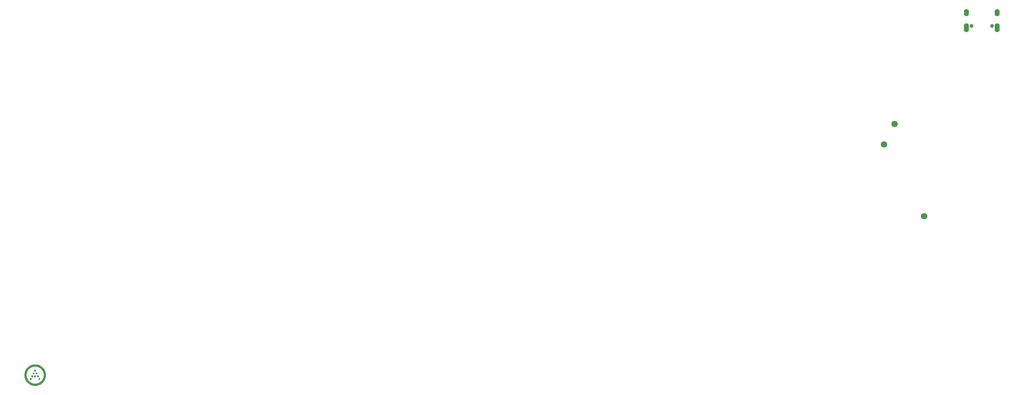
<source format=gts>
G04 #@! TF.GenerationSoftware,KiCad,Pcbnew,(5.0.0)*
G04 #@! TF.CreationDate,2019-01-11T00:29:23-08:00*
G04 #@! TF.ProjectId,Celestine,43656C657374696E652E6B696361645F,rev?*
G04 #@! TF.SameCoordinates,Original*
G04 #@! TF.FileFunction,Soldermask,Top*
G04 #@! TF.FilePolarity,Negative*
%FSLAX46Y46*%
G04 Gerber Fmt 4.6, Leading zero omitted, Abs format (unit mm)*
G04 Created by KiCad (PCBNEW (5.0.0)) date 01/11/19 00:29:23*
%MOMM*%
%LPD*%
G01*
G04 APERTURE LIST*
%ADD10C,0.010000*%
%ADD11O,1.400000X2.000000*%
%ADD12O,1.400000X2.500000*%
%ADD13C,1.050000*%
%ADD14C,1.800000*%
G04 APERTURE END LIST*
D10*
G04 #@! TO.C,G\002A\002A\002A*
G36*
X44640500Y-100520500D02*
X44235688Y-100520500D01*
X44235688Y-100115688D01*
X44640500Y-100115688D01*
X44640500Y-100520500D01*
X44640500Y-100520500D01*
G37*
X44640500Y-100520500D02*
X44235688Y-100520500D01*
X44235688Y-100115688D01*
X44640500Y-100115688D01*
X44640500Y-100520500D01*
G36*
X45045313Y-101306313D02*
X44640500Y-101306313D01*
X44640500Y-100925313D01*
X45045313Y-100925313D01*
X45045313Y-101306313D01*
X45045313Y-101306313D01*
G37*
X45045313Y-101306313D02*
X44640500Y-101306313D01*
X44640500Y-100925313D01*
X45045313Y-100925313D01*
X45045313Y-101306313D01*
G36*
X44235688Y-101306313D02*
X43854688Y-101306313D01*
X43854688Y-100925313D01*
X44235688Y-100925313D01*
X44235688Y-101306313D01*
X44235688Y-101306313D01*
G37*
X44235688Y-101306313D02*
X43854688Y-101306313D01*
X43854688Y-100925313D01*
X44235688Y-100925313D01*
X44235688Y-101306313D01*
G36*
X45426313Y-102115938D02*
X45045313Y-102115938D01*
X45045313Y-101711125D01*
X45426313Y-101711125D01*
X45426313Y-102115938D01*
X45426313Y-102115938D01*
G37*
X45426313Y-102115938D02*
X45045313Y-102115938D01*
X45045313Y-101711125D01*
X45426313Y-101711125D01*
X45426313Y-102115938D01*
G36*
X44640500Y-102115938D02*
X44235688Y-102115938D01*
X44235688Y-101711125D01*
X44640500Y-101711125D01*
X44640500Y-102115938D01*
X44640500Y-102115938D01*
G37*
X44640500Y-102115938D02*
X44235688Y-102115938D01*
X44235688Y-101711125D01*
X44640500Y-101711125D01*
X44640500Y-102115938D01*
G36*
X43854688Y-102115938D02*
X43449875Y-102115938D01*
X43449875Y-101711125D01*
X43854688Y-101711125D01*
X43854688Y-102115938D01*
X43854688Y-102115938D01*
G37*
X43854688Y-102115938D02*
X43449875Y-102115938D01*
X43449875Y-101711125D01*
X43854688Y-101711125D01*
X43854688Y-102115938D01*
G36*
X45831125Y-102901750D02*
X45426313Y-102901750D01*
X45426313Y-102496938D01*
X45831125Y-102496938D01*
X45831125Y-102901750D01*
X45831125Y-102901750D01*
G37*
X45831125Y-102901750D02*
X45426313Y-102901750D01*
X45426313Y-102496938D01*
X45831125Y-102496938D01*
X45831125Y-102901750D01*
G36*
X43449875Y-102901750D02*
X43045063Y-102901750D01*
X43045063Y-102496938D01*
X43449875Y-102496938D01*
X43449875Y-102901750D01*
X43449875Y-102901750D01*
G37*
X43449875Y-102901750D02*
X43045063Y-102901750D01*
X43045063Y-102496938D01*
X43449875Y-102496938D01*
X43449875Y-102901750D01*
G36*
X44453969Y-98628045D02*
X44578087Y-98629415D01*
X44689799Y-98633572D01*
X44792392Y-98640919D01*
X44889156Y-98651860D01*
X44983378Y-98666798D01*
X45078347Y-98686137D01*
X45177351Y-98710281D01*
X45222630Y-98722418D01*
X45431177Y-98787656D01*
X45633265Y-98866992D01*
X45828128Y-98960028D01*
X46014999Y-99066368D01*
X46193114Y-99185616D01*
X46345260Y-99303617D01*
X46502928Y-99444342D01*
X46650265Y-99595787D01*
X46786586Y-99756885D01*
X46911208Y-99926567D01*
X47023447Y-100103766D01*
X47122620Y-100287416D01*
X47208042Y-100476447D01*
X47279030Y-100669793D01*
X47327784Y-100837803D01*
X47360855Y-100977789D01*
X47386215Y-101109725D01*
X47404607Y-101238997D01*
X47416775Y-101370993D01*
X47423461Y-101511100D01*
X47424114Y-101536500D01*
X47421395Y-101754797D01*
X47403200Y-101969580D01*
X47369535Y-102180821D01*
X47320406Y-102388489D01*
X47255819Y-102592555D01*
X47191622Y-102756487D01*
X47163539Y-102821752D01*
X47139477Y-102875910D01*
X47117608Y-102922613D01*
X47096107Y-102965513D01*
X47073146Y-103008263D01*
X47046900Y-103054515D01*
X47017775Y-103104156D01*
X46898556Y-103290427D01*
X46768452Y-103465153D01*
X46627329Y-103628465D01*
X46475055Y-103780496D01*
X46311497Y-103921380D01*
X46136524Y-104051248D01*
X45954156Y-104167775D01*
X45901327Y-104198744D01*
X45855414Y-104224721D01*
X45812765Y-104247531D01*
X45769728Y-104269001D01*
X45722651Y-104290957D01*
X45667881Y-104315225D01*
X45606487Y-104341622D01*
X45510254Y-104381169D01*
X45421536Y-104414208D01*
X45334422Y-104442695D01*
X45242998Y-104468589D01*
X45160406Y-104489322D01*
X44995890Y-104524876D01*
X44838795Y-104550553D01*
X44684567Y-104566893D01*
X44528649Y-104574436D01*
X44438094Y-104575013D01*
X44386875Y-104574498D01*
X44338754Y-104573793D01*
X44296874Y-104572960D01*
X44264378Y-104572063D01*
X44244410Y-104571165D01*
X44243625Y-104571109D01*
X44027451Y-104547157D01*
X43814694Y-104508170D01*
X43606213Y-104454467D01*
X43402868Y-104386363D01*
X43205516Y-104304176D01*
X43015018Y-104208225D01*
X42832232Y-104098826D01*
X42681276Y-103993796D01*
X42508349Y-103855449D01*
X42347665Y-103707088D01*
X42199451Y-103549039D01*
X42063929Y-103381632D01*
X41941324Y-103205194D01*
X41831861Y-103020052D01*
X41735763Y-102826535D01*
X41653256Y-102624971D01*
X41584563Y-102415688D01*
X41572418Y-102372630D01*
X41546052Y-102270835D01*
X41524667Y-102174511D01*
X41507859Y-102080367D01*
X41495225Y-101985117D01*
X41486360Y-101885470D01*
X41480862Y-101778140D01*
X41478326Y-101659836D01*
X41478045Y-101603969D01*
X41478720Y-101548608D01*
X42010794Y-101548608D01*
X42010897Y-101628746D01*
X42012563Y-101708410D01*
X42015759Y-101783537D01*
X42020456Y-101850060D01*
X42024176Y-101885750D01*
X42056050Y-102083048D01*
X42102701Y-102274663D01*
X42163951Y-102460222D01*
X42239619Y-102639349D01*
X42329527Y-102811669D01*
X42433494Y-102976809D01*
X42551341Y-103134393D01*
X42682888Y-103284047D01*
X42705224Y-103307260D01*
X42839458Y-103434334D01*
X42985160Y-103552270D01*
X43139631Y-103659090D01*
X43300169Y-103752816D01*
X43345958Y-103776504D01*
X43420366Y-103813153D01*
X43485607Y-103843372D01*
X43546104Y-103868940D01*
X43606278Y-103891634D01*
X43670551Y-103913233D01*
X43735625Y-103933227D01*
X43924838Y-103982640D01*
X44110589Y-104017091D01*
X44294327Y-104036714D01*
X44477503Y-104041642D01*
X44661564Y-104032011D01*
X44728106Y-104025031D01*
X44915438Y-103996087D01*
X45095019Y-103954278D01*
X45269357Y-103898854D01*
X45440959Y-103829064D01*
X45537916Y-103782866D01*
X45708548Y-103689447D01*
X45867964Y-103585712D01*
X46016922Y-103470974D01*
X46156179Y-103344550D01*
X46286494Y-103205754D01*
X46408624Y-103053903D01*
X46516892Y-102898259D01*
X46542018Y-102857068D01*
X46571341Y-102804940D01*
X46603041Y-102745496D01*
X46635299Y-102682356D01*
X46666293Y-102619140D01*
X46694206Y-102559467D01*
X46717215Y-102506957D01*
X46730653Y-102473125D01*
X46793520Y-102281584D01*
X46840916Y-102088845D01*
X46872800Y-101895450D01*
X46889130Y-101701940D01*
X46889868Y-101508857D01*
X46874972Y-101316742D01*
X46844402Y-101126136D01*
X46834599Y-101080094D01*
X46800950Y-100943801D01*
X46762642Y-100817618D01*
X46717704Y-100696007D01*
X46664163Y-100573432D01*
X46626504Y-100495958D01*
X46532799Y-100327110D01*
X46425974Y-100166673D01*
X46306798Y-100015368D01*
X46176037Y-99873914D01*
X46034460Y-99743031D01*
X45882834Y-99623440D01*
X45721927Y-99515860D01*
X45552507Y-99421011D01*
X45408325Y-99353480D01*
X45236697Y-99287085D01*
X45064143Y-99235087D01*
X44888656Y-99197078D01*
X44708226Y-99172651D01*
X44520845Y-99161397D01*
X44457938Y-99160507D01*
X44259843Y-99166877D01*
X44068215Y-99187522D01*
X43882281Y-99222673D01*
X43701265Y-99272567D01*
X43524394Y-99337435D01*
X43350894Y-99417513D01*
X43179991Y-99513035D01*
X43079294Y-99577244D01*
X42939861Y-99678772D01*
X42805663Y-99793278D01*
X42678341Y-99918839D01*
X42559535Y-100053531D01*
X42450886Y-100195431D01*
X42354035Y-100342615D01*
X42270622Y-100493161D01*
X42235826Y-100566080D01*
X42174423Y-100710939D01*
X42124192Y-100850178D01*
X42083935Y-100988126D01*
X42052456Y-101129114D01*
X42028556Y-101277471D01*
X42020155Y-101346000D01*
X42015392Y-101403170D01*
X42012282Y-101472061D01*
X42010794Y-101548608D01*
X41478720Y-101548608D01*
X41479790Y-101460973D01*
X41485664Y-101330106D01*
X41496238Y-101208025D01*
X41512085Y-101091385D01*
X41533777Y-100976844D01*
X41561887Y-100861059D01*
X41596986Y-100740687D01*
X41639647Y-100612384D01*
X41655341Y-100568125D01*
X41733726Y-100373406D01*
X41826566Y-100185072D01*
X41933672Y-100003385D01*
X42054852Y-99828608D01*
X42189917Y-99661003D01*
X42338674Y-99500833D01*
X42500933Y-99348360D01*
X42607771Y-99258179D01*
X42693600Y-99192686D01*
X42791139Y-99125360D01*
X42896748Y-99058412D01*
X43006786Y-98994055D01*
X43117613Y-98934500D01*
X43225589Y-98881958D01*
X43231594Y-98879215D01*
X43301554Y-98849342D01*
X43382735Y-98817956D01*
X43470767Y-98786536D01*
X43561279Y-98756562D01*
X43649901Y-98729511D01*
X43732264Y-98706864D01*
X43764150Y-98698971D01*
X43857375Y-98678203D01*
X43946349Y-98661543D01*
X44034353Y-98648652D01*
X44124669Y-98639195D01*
X44220578Y-98632832D01*
X44325360Y-98629228D01*
X44442295Y-98628044D01*
X44453969Y-98628045D01*
X44453969Y-98628045D01*
G37*
X44453969Y-98628045D02*
X44578087Y-98629415D01*
X44689799Y-98633572D01*
X44792392Y-98640919D01*
X44889156Y-98651860D01*
X44983378Y-98666798D01*
X45078347Y-98686137D01*
X45177351Y-98710281D01*
X45222630Y-98722418D01*
X45431177Y-98787656D01*
X45633265Y-98866992D01*
X45828128Y-98960028D01*
X46014999Y-99066368D01*
X46193114Y-99185616D01*
X46345260Y-99303617D01*
X46502928Y-99444342D01*
X46650265Y-99595787D01*
X46786586Y-99756885D01*
X46911208Y-99926567D01*
X47023447Y-100103766D01*
X47122620Y-100287416D01*
X47208042Y-100476447D01*
X47279030Y-100669793D01*
X47327784Y-100837803D01*
X47360855Y-100977789D01*
X47386215Y-101109725D01*
X47404607Y-101238997D01*
X47416775Y-101370993D01*
X47423461Y-101511100D01*
X47424114Y-101536500D01*
X47421395Y-101754797D01*
X47403200Y-101969580D01*
X47369535Y-102180821D01*
X47320406Y-102388489D01*
X47255819Y-102592555D01*
X47191622Y-102756487D01*
X47163539Y-102821752D01*
X47139477Y-102875910D01*
X47117608Y-102922613D01*
X47096107Y-102965513D01*
X47073146Y-103008263D01*
X47046900Y-103054515D01*
X47017775Y-103104156D01*
X46898556Y-103290427D01*
X46768452Y-103465153D01*
X46627329Y-103628465D01*
X46475055Y-103780496D01*
X46311497Y-103921380D01*
X46136524Y-104051248D01*
X45954156Y-104167775D01*
X45901327Y-104198744D01*
X45855414Y-104224721D01*
X45812765Y-104247531D01*
X45769728Y-104269001D01*
X45722651Y-104290957D01*
X45667881Y-104315225D01*
X45606487Y-104341622D01*
X45510254Y-104381169D01*
X45421536Y-104414208D01*
X45334422Y-104442695D01*
X45242998Y-104468589D01*
X45160406Y-104489322D01*
X44995890Y-104524876D01*
X44838795Y-104550553D01*
X44684567Y-104566893D01*
X44528649Y-104574436D01*
X44438094Y-104575013D01*
X44386875Y-104574498D01*
X44338754Y-104573793D01*
X44296874Y-104572960D01*
X44264378Y-104572063D01*
X44244410Y-104571165D01*
X44243625Y-104571109D01*
X44027451Y-104547157D01*
X43814694Y-104508170D01*
X43606213Y-104454467D01*
X43402868Y-104386363D01*
X43205516Y-104304176D01*
X43015018Y-104208225D01*
X42832232Y-104098826D01*
X42681276Y-103993796D01*
X42508349Y-103855449D01*
X42347665Y-103707088D01*
X42199451Y-103549039D01*
X42063929Y-103381632D01*
X41941324Y-103205194D01*
X41831861Y-103020052D01*
X41735763Y-102826535D01*
X41653256Y-102624971D01*
X41584563Y-102415688D01*
X41572418Y-102372630D01*
X41546052Y-102270835D01*
X41524667Y-102174511D01*
X41507859Y-102080367D01*
X41495225Y-101985117D01*
X41486360Y-101885470D01*
X41480862Y-101778140D01*
X41478326Y-101659836D01*
X41478045Y-101603969D01*
X41478720Y-101548608D01*
X42010794Y-101548608D01*
X42010897Y-101628746D01*
X42012563Y-101708410D01*
X42015759Y-101783537D01*
X42020456Y-101850060D01*
X42024176Y-101885750D01*
X42056050Y-102083048D01*
X42102701Y-102274663D01*
X42163951Y-102460222D01*
X42239619Y-102639349D01*
X42329527Y-102811669D01*
X42433494Y-102976809D01*
X42551341Y-103134393D01*
X42682888Y-103284047D01*
X42705224Y-103307260D01*
X42839458Y-103434334D01*
X42985160Y-103552270D01*
X43139631Y-103659090D01*
X43300169Y-103752816D01*
X43345958Y-103776504D01*
X43420366Y-103813153D01*
X43485607Y-103843372D01*
X43546104Y-103868940D01*
X43606278Y-103891634D01*
X43670551Y-103913233D01*
X43735625Y-103933227D01*
X43924838Y-103982640D01*
X44110589Y-104017091D01*
X44294327Y-104036714D01*
X44477503Y-104041642D01*
X44661564Y-104032011D01*
X44728106Y-104025031D01*
X44915438Y-103996087D01*
X45095019Y-103954278D01*
X45269357Y-103898854D01*
X45440959Y-103829064D01*
X45537916Y-103782866D01*
X45708548Y-103689447D01*
X45867964Y-103585712D01*
X46016922Y-103470974D01*
X46156179Y-103344550D01*
X46286494Y-103205754D01*
X46408624Y-103053903D01*
X46516892Y-102898259D01*
X46542018Y-102857068D01*
X46571341Y-102804940D01*
X46603041Y-102745496D01*
X46635299Y-102682356D01*
X46666293Y-102619140D01*
X46694206Y-102559467D01*
X46717215Y-102506957D01*
X46730653Y-102473125D01*
X46793520Y-102281584D01*
X46840916Y-102088845D01*
X46872800Y-101895450D01*
X46889130Y-101701940D01*
X46889868Y-101508857D01*
X46874972Y-101316742D01*
X46844402Y-101126136D01*
X46834599Y-101080094D01*
X46800950Y-100943801D01*
X46762642Y-100817618D01*
X46717704Y-100696007D01*
X46664163Y-100573432D01*
X46626504Y-100495958D01*
X46532799Y-100327110D01*
X46425974Y-100166673D01*
X46306798Y-100015368D01*
X46176037Y-99873914D01*
X46034460Y-99743031D01*
X45882834Y-99623440D01*
X45721927Y-99515860D01*
X45552507Y-99421011D01*
X45408325Y-99353480D01*
X45236697Y-99287085D01*
X45064143Y-99235087D01*
X44888656Y-99197078D01*
X44708226Y-99172651D01*
X44520845Y-99161397D01*
X44457938Y-99160507D01*
X44259843Y-99166877D01*
X44068215Y-99187522D01*
X43882281Y-99222673D01*
X43701265Y-99272567D01*
X43524394Y-99337435D01*
X43350894Y-99417513D01*
X43179991Y-99513035D01*
X43079294Y-99577244D01*
X42939861Y-99678772D01*
X42805663Y-99793278D01*
X42678341Y-99918839D01*
X42559535Y-100053531D01*
X42450886Y-100195431D01*
X42354035Y-100342615D01*
X42270622Y-100493161D01*
X42235826Y-100566080D01*
X42174423Y-100710939D01*
X42124192Y-100850178D01*
X42083935Y-100988126D01*
X42052456Y-101129114D01*
X42028556Y-101277471D01*
X42020155Y-101346000D01*
X42015392Y-101403170D01*
X42012282Y-101472061D01*
X42010794Y-101548608D01*
X41478720Y-101548608D01*
X41479790Y-101460973D01*
X41485664Y-101330106D01*
X41496238Y-101208025D01*
X41512085Y-101091385D01*
X41533777Y-100976844D01*
X41561887Y-100861059D01*
X41596986Y-100740687D01*
X41639647Y-100612384D01*
X41655341Y-100568125D01*
X41733726Y-100373406D01*
X41826566Y-100185072D01*
X41933672Y-100003385D01*
X42054852Y-99828608D01*
X42189917Y-99661003D01*
X42338674Y-99500833D01*
X42500933Y-99348360D01*
X42607771Y-99258179D01*
X42693600Y-99192686D01*
X42791139Y-99125360D01*
X42896748Y-99058412D01*
X43006786Y-98994055D01*
X43117613Y-98934500D01*
X43225589Y-98881958D01*
X43231594Y-98879215D01*
X43301554Y-98849342D01*
X43382735Y-98817956D01*
X43470767Y-98786536D01*
X43561279Y-98756562D01*
X43649901Y-98729511D01*
X43732264Y-98706864D01*
X43764150Y-98698971D01*
X43857375Y-98678203D01*
X43946349Y-98661543D01*
X44034353Y-98648652D01*
X44124669Y-98639195D01*
X44220578Y-98632832D01*
X44325360Y-98629228D01*
X44442295Y-98628044D01*
X44453969Y-98628045D01*
G04 #@! TD*
D11*
G04 #@! TO.C,USB1*
X314454000Y98750D03*
X305814000Y98750D03*
D12*
X314454000Y-4081250D03*
X305814000Y-4081250D03*
D13*
X307244000Y-3551250D03*
X313024000Y-3551250D03*
G04 #@! TD*
D14*
G04 #@! TO.C,K_ENTER2*
X294005000Y-57025000D03*
G04 #@! TD*
G04 #@! TO.C,K_BACK1*
X285625000Y-31110000D03*
G04 #@! TD*
G04 #@! TO.C,K_SBACK2*
X282700000Y-36830000D03*
G04 #@! TD*
M02*

</source>
